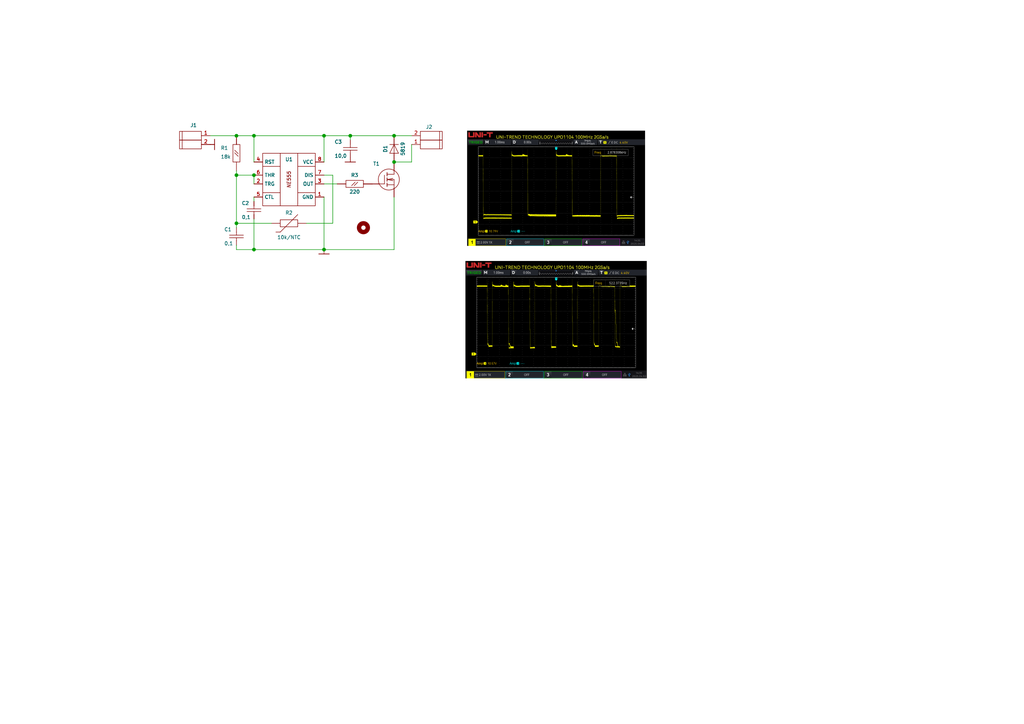
<source format=kicad_sch>
(kicad_sch (version 20250114) (generator "eeschema") (generator_version "9.0")
  (paper "A4")
  (lib_symbols
    (symbol "MountingHole_1" (pin_numbers (hide yes)) (pin_names (offset 1.016) (hide yes)) (exclude_from_sim yes) (in_bom no)
      (property "Reference" "H" (at 0 5.08 0))
      (property "Value" "MountingHole" (at 0 3.175 0))
      (symbol "MountingHole_1_0_1"
        (circle (center 0 0) (radius 1.27) (stroke (width 1.27)))
      )
    )
    (symbol "_aa40_capacitors:C_CAP" (pin_numbers (hide yes)) (pin_names (offset 0) (hide yes))
      (property "Reference" "C" (at 0 3.81 0))
      (property "Value" "C_CAP" (at 0 -3.81 0))
      (symbol "C_CAP_1_0"
        (polyline (pts (xy -1.27 0) (xy -0.381 0)))
        (polyline (pts (xy -0.381 -2.032) (xy -0.381 2.032)))
        (polyline (pts (xy 0.381 -2.032) (xy 0.381 2.032)))
        (polyline (pts (xy 1.27 0) (xy 0.381 0)))
      )
      (symbol "C_CAP_1_1"
        (pin passive line (at -2.54 0 0) (length 1.27) (name "~") (number "1"))
        (pin passive line (at 2.54 0 180) (length 1.27) (name "~") (number "2"))
      )
    )
    (symbol "_aa40_chips:NE555"
      (property "Reference" "U" (at 0 8.89 0))
      (symbol "NE555_0_1"
        (polyline (pts (xy -7.62 3.81) (xy -2.54 3.81)))
        (polyline (pts (xy -7.62 -3.81) (xy -2.54 -3.81)))
        (polyline (pts (xy 2.54 3.81) (xy 7.62 3.81)))
        (polyline (pts (xy 2.54 -3.81) (xy 7.62 -3.81)))
        (polyline (pts (xy 7.62 7.62) (xy -7.62 7.62)))
        (polyline (pts (xy 7.62 -7.62) (xy -7.62 -7.62)))
      )
      (symbol "NE555_1_0"
        (pin power_in line (at 10.16 5.08 180) (length 2.54) (name "VCC") (number "8"))
        (pin power_in line (at 10.16 -5.08 180) (length 2.54) (name "GND") (number "1"))
      )
      (symbol "NE555_1_1"
        (polyline (pts (xy -7.62 7.62) (xy -7.62 -7.62)))
        (polyline (pts (xy -2.54 7.62) (xy -2.54 -7.62)))
        (polyline (pts (xy 2.54 7.62) (xy 2.54 -7.62)))
        (polyline (pts (xy 7.62 7.62) (xy 7.62 -7.62)))
        (text "NE555" (at 0 0 900) (effects (font (size 1.016 1.016) (italic yes))))
        (pin input line (at -10.16 5.08 0) (length 2.54) (name "RST") (number "4"))
        (pin input line (at -10.16 1.27 0) (length 2.54) (name "THR") (number "6"))
        (pin input line (at -10.16 -1.27 0) (length 2.54) (name "TRG") (number "2"))
        (pin input line (at -10.16 -5.08 0) (length 2.54) (name "CTL") (number "5"))
        (pin input line (at 10.16 1.27 180) (length 2.54) (name "DIS") (number "7"))
        (pin output line (at 10.16 -1.27 180) (length 2.54) (name "OUT") (number "3"))
      )
    )
    (symbol "_aa40_connectors:Conn_2pin01" (pin_names (offset 1.016))
      (property "Reference" "J" (at -0.254 3.048 0))
      (symbol "Conn_2pin01_0_1"
        (rectangle (start -2.54 1.27) (end 3.81 -1.27))
        (rectangle (start -2.54 -1.27) (end 3.81 -3.81))
        (polyline (pts (xy 3.048 1.27) (xy 3.048 -3.81)))
      )
      (symbol "Conn_2pin01_1_1"
        (pin bidirectional line (at -5.08 0 0) (length 2.54) (name "~") (number "1"))
        (pin bidirectional line (at -5.08 -2.54 0) (length 2.54) (name "~") (number "2"))
      )
    )
    (symbol "_aa40_diodes:DIODE" (pin_numbers (hide yes)) (pin_names (offset 0) (hide yes))
      (property "Reference" "VD" (at 0 2.54 0))
      (property "Value" "DIODE" (at 0 -2.54 0))
      (symbol "DIODE_1_1"
        (polyline (pts (xy -1.27 1.27) (xy -1.27 -1.27)))
        (polyline (pts (xy -1.27 1.27) (xy 1.27 0)))
        (polyline (pts (xy -1.27 0) (xy 1.27 0)))
        (polyline (pts (xy -1.27 -1.27) (xy 1.27 0)))
        (polyline (pts (xy 1.27 1.27) (xy 1.27 -1.27)))
        (pin passive line (at -3.81 0 0) (length 2.54) (name "A") (number "2"))
        (pin passive line (at 3.81 0 180) (length 2.54) (name "C") (number "1"))
      )
    )
    (symbol "_aa40_misc:GND" (power) (pin_numbers (hide yes)) (pin_names (offset 0) (hide yes))
      (symbol "GND_1_1"
        (polyline (pts (xy -1.524 0) (xy 1.524 0)) (stroke (width 0.2032)))
        (pin power_in line (at 0 1.27 270) (length 1.27) (name "GND") (number "1"))
      )
    )
    (symbol "_aa40_resistors:R_RES_0.125W" (pin_numbers (hide yes)) (pin_names (offset 0) (hide yes))
      (property "Reference" "R" (at 0 2.54 0))
      (property "Value" "R_RES_0.125W" (at 0 -2.54 0))
      (symbol "R_RES_0.125W_1_0"
        (rectangle (start -2.54 1.016) (end 2.54 -1.016))
        (polyline (pts (xy 2.54 0) (xy 5.08 0)))
      )
      (symbol "R_RES_0.125W_1_1"
        (polyline (pts (xy 0.127 0.508) (xy -0.889 -0.508)))
        (polyline (pts (xy 0.889 0.508) (xy -0.127 -0.508)))
        (pin passive line (at -5.08 0 0) (length 2.54) (name "~") (number "1"))
        (pin passive line (at 5.08 0 180) (length 2.54) (name "~") (number "2"))
      )
    )
    (symbol "_aa40_resistors:R_TERM1" (pin_numbers (hide yes)) (pin_names (offset 0) (hide yes))
      (property "Reference" "R" (at 0 2.54 0))
      (symbol "R_TERM1_0_1"
        (rectangle (start -2.54 1.016) (end 2.54 -1.016))
        (polyline (pts (xy -2.54 -2.54) (xy -3.81 -2.54)))
        (polyline (pts (xy -2.54 -2.54) (xy 2.54 2.54)))
      )
      (symbol "R_TERM1_1_1"
        (pin passive line (at -5.08 0 0) (length 2.54) (name "~") (number "1"))
        (pin passive line (at 5.08 0 180) (length 2.54) (name "~") (number "2"))
      )
    )
    (symbol "_aa40_transistors:1N60G" (pin_numbers (hide yes)) (pin_names (offset 0) (hide yes))
      (property "Reference" "T" (at -8.89 6.35 0))
      (property "Value" "1N60G" (at -8.89 3.81 0))
      (symbol "1N60G_0_1"
        (polyline (pts (xy -1.524 -1.27) (xy -1.524 1.27)))
        (circle (center -0.254 0) (radius 3.048))
      )
      (symbol "1N60G_1_1"
        (polyline (pts (xy -3.302 -1.27) (xy -1.524 -1.27)))
        (polyline (pts (xy -0.762 2.032) (xy -0.762 1.016)) (stroke (width 0.2032)))
        (polyline (pts (xy -0.762 1.524) (xy 1.27 1.524)))
        (polyline (pts (xy -0.762 0.508) (xy -0.762 -0.508)) (stroke (width 0.2032)))
        (polyline (pts (xy -0.762 -1.016) (xy -0.762 -2.032)) (stroke (width 0.2032)))
        (polyline (pts (xy -0.762 -1.524) (xy 1.27 -1.524)))
        (polyline (pts (xy -0.635 0) (xy 0.9144 -0.3302)))
        (polyline (pts (xy 0.9144 0.3302) (xy -0.635 0)))
        (polyline (pts (xy 1.27 2.54) (xy 1.27 1.524)))
        (polyline (pts (xy 1.27 0) (xy -0.635 0)))
        (polyline (pts (xy 1.27 0) (xy 1.27 -2.54)))
        (pin input line (at -5.08 -1.27 0) (length 1.905) (name "G") (number "1"))
        (pin input line (at 1.27 5.08 270) (length 2.54) (name "D") (number "2"))
        (pin input line (at 1.27 -5.08 90) (length 2.54) (name "S") (number "3"))
      )
    )
  )
  (junction (at 68.58 64.77))
  (junction (at 68.58 39.37))
  (junction (at 114.3 46.99))
  (junction (at 73.66 50.8))
  (junction (at 114.3 39.37))
  (junction (at 101.6 39.37))
  (junction (at 73.66 72.39))
  (junction (at 93.98 72.39))
  (junction (at 68.58 50.8))
  (junction (at 93.98 39.37))
  (junction (at 73.66 39.37))
  (wire (pts (xy 68.58 49.53) (xy 68.58 50.8)))
  (wire (pts (xy 96.52 50.8) (xy 96.52 64.77)))
  (wire (pts (xy 93.98 72.39) (xy 93.98 57.15)))
  (wire (pts (xy 60.96 39.37) (xy 68.58 39.37)))
  (wire (pts (xy 68.58 39.37) (xy 73.66 39.37)))
  (wire (pts (xy 114.3 72.39) (xy 93.98 72.39)))
  (wire (pts (xy 119.38 46.99) (xy 114.3 46.99)))
  (wire (pts (xy 93.98 39.37) (xy 93.98 46.99)))
  (wire (pts (xy 68.58 72.39) (xy 73.66 72.39)))
  (wire (pts (xy 68.58 64.77) (xy 68.58 66.04)))
  (wire (pts (xy 73.66 50.8) (xy 73.66 53.34)))
  (wire (pts (xy 68.58 71.12) (xy 68.58 72.39)))
  (wire (pts (xy 78.74 64.77) (xy 68.58 64.77)))
  (wire (pts (xy 73.66 39.37) (xy 73.66 46.99)))
  (wire (pts (xy 73.66 57.15) (xy 73.66 58.42)))
  (wire (pts (xy 93.98 39.37) (xy 73.66 39.37)))
  (wire (pts (xy 88.9 64.77) (xy 96.52 64.77)))
  (wire (pts (xy 101.6 39.37) (xy 101.6 40.64)))
  (wire (pts (xy 73.66 63.5) (xy 73.66 72.39)))
  (wire (pts (xy 73.66 72.39) (xy 93.98 72.39)))
  (wire (pts (xy 114.3 57.15) (xy 114.3 72.39)))
  (wire (pts (xy 93.98 50.8) (xy 96.52 50.8)))
  (wire (pts (xy 119.38 41.91) (xy 119.38 46.99)))
  (wire (pts (xy 114.3 39.37) (xy 119.38 39.37)))
  (wire (pts (xy 68.58 64.77) (xy 68.58 50.8)))
  (wire (pts (xy 68.58 50.8) (xy 73.66 50.8)))
  (wire (pts (xy 101.6 39.37) (xy 93.98 39.37)))
  (wire (pts (xy 114.3 39.37) (xy 101.6 39.37)))
  (wire (pts (xy 93.98 53.34) (xy 97.79 53.34)))
  (image (at 161.29 54.61) (scale 0.761988))
  (image (at 161.29 92.71) (scale 0.777437))
  (symbol (lib_id "_aa40_capacitors:C_CAP") (at 73.66 60.96 90) (unit 1)
    (property "Reference" "C2" (at 70.104 58.928 90) (effects (font (size 1.016 1.016)) (justify right)))
    (property "Value" "0,1" (at 70.104 62.992 90) (effects (font (size 1.016 1.016)) (justify right)))
    (property "Footprint" "Capacitor_SMD:C_1206_3216Metric" (effects (hide yes)))
    (property "Description" "Конденсатор постоянной емкости" (effects (hide yes)))
  )
  (symbol (lib_id "_aa40_transistors:1N60G") (at 113.03 52.07 0) (unit 1)
    (property "Reference" "T1" (at 108.204 47.498 0) (effects (font (size 1.016 1.016)) (justify left)))
    (property "Value" "1N60G" (effects (hide yes)))
    (property "Footprint" "Package_TO_SOT_SMD:SOT-223-3_TabPin2" (effects (hide yes)))
    (property "Datasheet" "https://static.chipdip.ru/lib/303/DOC021303827.pdf" (effects (hide yes)))
    (property "Description" "Транзистор N-MOSFET 600В 1А [SOT-223]" (effects (hide yes)))
  )
  (symbol (lib_name "MountingHole_1") (lib_id "Mechanical:MountingHole") (at 105.41 66.04 90) (unit 1) (exclude_from_sim yes) (in_bom no)
    (property "Reference" "H1" (effects (hide yes)))
    (property "Value" "MountingHole" (effects (hide yes)))
    (property "Footprint" "MountingHole:MountingHole_3.2mm_M3" (effects (hide yes)))
    (property "Description" "Mounting Hole without connection" (effects (hide yes)))
  )
  (symbol (lib_id "_aa40_misc:GND") (at 93.98 73.66 0) (unit 1)
    (property "Reference" "#PWR02" (effects (hide yes)))
    (property "Value" "GND" (effects (hide yes)))
    (property "Description" "Соединение с общим проводом (корпусом)" (effects (hide yes)))
  )
  (symbol (lib_id "_aa40_misc:GND") (at 62.23 41.91 90) (unit 1)
    (property "Reference" "#PWR01" (effects (hide yes)))
    (property "Value" "GND" (effects (hide yes)))
    (property "Description" "Соединение с общим проводом (корпусом)" (effects (hide yes)))
  )
  (symbol (lib_id "_aa40_resistors:R_TERM1") (at 83.82 64.77 0) (unit 1)
    (property "Reference" "R2" (at 83.82 61.722 0) (effects (font (size 1.016 1.016))))
    (property "Value" "10k/NTC" (at 83.82 68.834 0) (effects (font (size 1.016 1.016))))
    (property "Footprint" "Connector_PinHeader_2.54mm:PinHeader_1x02_P2.54mm_Vertical" (effects (hide yes)))
    (property "Description" "Резистор" (effects (hide yes)))
  )
  (symbol (lib_id "_aa40_capacitors:C_CAP") (at 101.6 43.18 90) (unit 1)
    (property "Reference" "C3" (at 97.028 41.148 90) (effects (font (size 1.016 1.016)) (justify right)))
    (property "Value" "10,0" (at 97.028 45.212 90) (effects (font (size 1.016 1.016)) (justify right)))
    (property "Footprint" "Capacitor_Tantalum_SMD:CP_EIA-3528-21_Kemet-B" (effects (hide yes)))
    (property "Description" "Конденсатор постоянной емкости" (effects (hide yes)))
  )
  (symbol (lib_id "_aa40_resistors:R_RES_0.125W") (at 68.58 44.45 90) (unit 1)
    (property "Reference" "R1" (at 64.008 42.926 90) (effects (font (size 1.016 1.016)) (justify right)))
    (property "Value" "18k" (at 64.008 45.466 90) (effects (font (size 1.016 1.016)) (justify right)))
    (property "Footprint" "Resistor_SMD:R_1206_3216Metric" (effects (hide yes)))
    (property "Description" "Резистор 0.125 Ватт" (effects (hide yes)))
  )
  (symbol (lib_id "_aa40_misc:GND") (at 101.6 46.99 0) (unit 1)
    (property "Reference" "#PWR03" (effects (hide yes)))
    (property "Value" "GND" (effects (hide yes)))
    (property "Description" "Соединение с общим проводом (корпусом)" (effects (hide yes)))
  )
  (symbol (lib_id "_aa40_resistors:R_RES_0.125W") (at 102.87 53.34 0) (unit 1)
    (property "Reference" "R3" (at 102.87 50.8 0) (effects (font (size 1.016 1.016))))
    (property "Value" "220" (at 102.87 55.626 0) (effects (font (size 1.016 1.016))))
    (property "Footprint" "Resistor_SMD:R_1206_3216Metric" (effects (hide yes)))
    (property "Description" "Резистор 0.125 Ватт" (effects (hide yes)))
  )
  (symbol (lib_id "_aa40_connectors:Conn_2pin01") (at 124.46 41.91 0) (mirror x) (unit 1)
    (property "Reference" "J2" (at 124.46 36.83 0) (effects (font (size 1.016 1.016))))
    (property "Value" "Conn_2pin01" (effects (hide yes)))
    (property "Footprint" "Connector_PinHeader_2.54mm:PinHeader_1x02_P2.54mm_Vertical" (effects (hide yes)))
  )
  (symbol (lib_id "_aa40_chips:NE555") (at 83.82 52.07 0) (unit 1)
    (property "Reference" "U1" (at 83.82 46.228 0) (effects (font (size 1.016 1.016))))
    (property "Value" "NE555" (effects (hide yes)))
    (property "Footprint" "Package_SO:SOIC-8_3.9x4.9mm_P1.27mm" (effects (hide yes)))
    (property "Datasheet" "http://www.ti.com/lit/ds/symlink/ne555.pdf" (effects (hide yes)))
    (property "Description" "Precision Timers, 555 compatible, SOIC-8" (effects (hide yes)))
  )
  (symbol (lib_id "_aa40_connectors:Conn_2pin01") (at 55.88 39.37 0) (mirror y) (unit 1)
    (property "Reference" "J1" (at 56.134 36.322 0) (effects (font (size 1.016 1.016))))
    (property "Value" "Conn_2pin01" (effects (hide yes)))
    (property "Footprint" "Connector_PinHeader_2.54mm:PinHeader_1x02_P2.54mm_Vertical" (effects (hide yes)))
  )
  (symbol (lib_id "_aa40_diodes:DIODE") (at 114.3 43.18 90) (unit 1)
    (property "Reference" "D1" (at 111.76 43.18 0) (effects (font (size 1.016 1.016))))
    (property "Value" "5819" (at 116.84 43.18 0) (effects (font (size 1.016 1.016))))
    (property "Footprint" "Diode_SMD:D_SOD-123F" (effects (hide yes)))
    (property "Description" "Диод" (effects (hide yes)))
  )
  (symbol (lib_id "_aa40_capacitors:C_CAP") (at 68.58 68.58 90) (unit 1)
    (property "Reference" "C1" (at 65.024 66.548 90) (effects (font (size 1.016 1.016)) (justify right)))
    (property "Value" "0,1" (at 65.024 70.612 90) (effects (font (size 1.016 1.016)) (justify right)))
    (property "Footprint" "Capacitor_SMD:C_1206_3216Metric" (effects (hide yes)))
    (property "Description" "Конденсатор постоянной емкости" (effects (hide yes)))
  )
)
</source>
